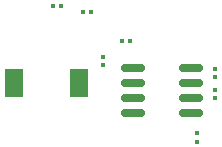
<source format=gbr>
%TF.GenerationSoftware,KiCad,Pcbnew,9.0.6*%
%TF.CreationDate,2025-12-23T21:48:00+05:30*%
%TF.ProjectId,CLASS D AMPLIFIER,434c4153-5320-4442-9041-4d504c494649,rev?*%
%TF.SameCoordinates,Original*%
%TF.FileFunction,Paste,Top*%
%TF.FilePolarity,Positive*%
%FSLAX46Y46*%
G04 Gerber Fmt 4.6, Leading zero omitted, Abs format (unit mm)*
G04 Created by KiCad (PCBNEW 9.0.6) date 2025-12-23 21:48:00*
%MOMM*%
%LPD*%
G01*
G04 APERTURE LIST*
G04 Aperture macros list*
%AMRoundRect*
0 Rectangle with rounded corners*
0 $1 Rounding radius*
0 $2 $3 $4 $5 $6 $7 $8 $9 X,Y pos of 4 corners*
0 Add a 4 corners polygon primitive as box body*
4,1,4,$2,$3,$4,$5,$6,$7,$8,$9,$2,$3,0*
0 Add four circle primitives for the rounded corners*
1,1,$1+$1,$2,$3*
1,1,$1+$1,$4,$5*
1,1,$1+$1,$6,$7*
1,1,$1+$1,$8,$9*
0 Add four rect primitives between the rounded corners*
20,1,$1+$1,$2,$3,$4,$5,0*
20,1,$1+$1,$4,$5,$6,$7,0*
20,1,$1+$1,$6,$7,$8,$9,0*
20,1,$1+$1,$8,$9,$2,$3,0*%
G04 Aperture macros list end*
%ADD10R,1.500000X2.400000*%
%ADD11RoundRect,0.079500X0.079500X0.100500X-0.079500X0.100500X-0.079500X-0.100500X0.079500X-0.100500X0*%
%ADD12RoundRect,0.150000X-0.825000X-0.150000X0.825000X-0.150000X0.825000X0.150000X-0.825000X0.150000X0*%
%ADD13RoundRect,0.079500X0.100500X-0.079500X0.100500X0.079500X-0.100500X0.079500X-0.100500X-0.079500X0*%
%ADD14RoundRect,0.079500X-0.079500X-0.100500X0.079500X-0.100500X0.079500X0.100500X-0.079500X0.100500X0*%
G04 APERTURE END LIST*
D10*
%TO.C,L1*%
X114500000Y-71500000D03*
X109000000Y-71500000D03*
%TD*%
D11*
%TO.C,C3*%
X118155000Y-68000000D03*
X118845000Y-68000000D03*
%TD*%
D12*
%TO.C,U1*%
X119050000Y-70230000D03*
X119050000Y-71500000D03*
X119050000Y-72770000D03*
X119050000Y-74040000D03*
X124000000Y-74040000D03*
X124000000Y-72770000D03*
X124000000Y-71500000D03*
X124000000Y-70230000D03*
%TD*%
D13*
%TO.C,R3*%
X126000000Y-71025000D03*
X126000000Y-70335000D03*
%TD*%
%TO.C,R2*%
X116500000Y-70025000D03*
X116500000Y-69335000D03*
%TD*%
%TO.C,R1*%
X126000000Y-72845000D03*
X126000000Y-72155000D03*
%TD*%
%TO.C,C4*%
X124500000Y-76500000D03*
X124500000Y-75810000D03*
%TD*%
D14*
%TO.C,C2*%
X114810000Y-65500000D03*
X115500000Y-65500000D03*
%TD*%
%TO.C,C1*%
X112310000Y-65000000D03*
X113000000Y-65000000D03*
%TD*%
M02*

</source>
